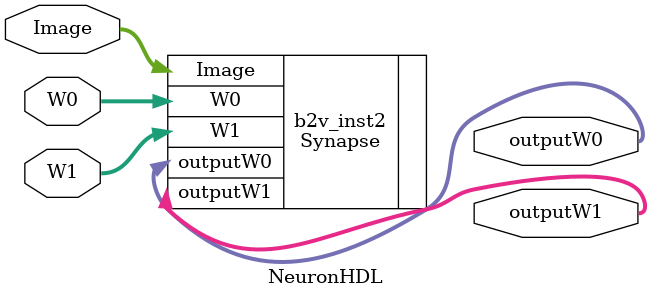
<source format=v>


module NeuronHDL(
	Image,
	W0,
	W1,
	outputW0,
	outputW1
);


input wire	[71:0] Image;
input wire	[71:0] W0;
input wire	[71:0] W1;
output wire	[15:0] outputW0;
output wire	[15:0] outputW1;






Synapse	b2v_inst2(
	.Image(Image),
	.W0(W0),
	.W1(W1),
	.outputW0(outputW0),
	.outputW1(outputW1));


endmodule

</source>
